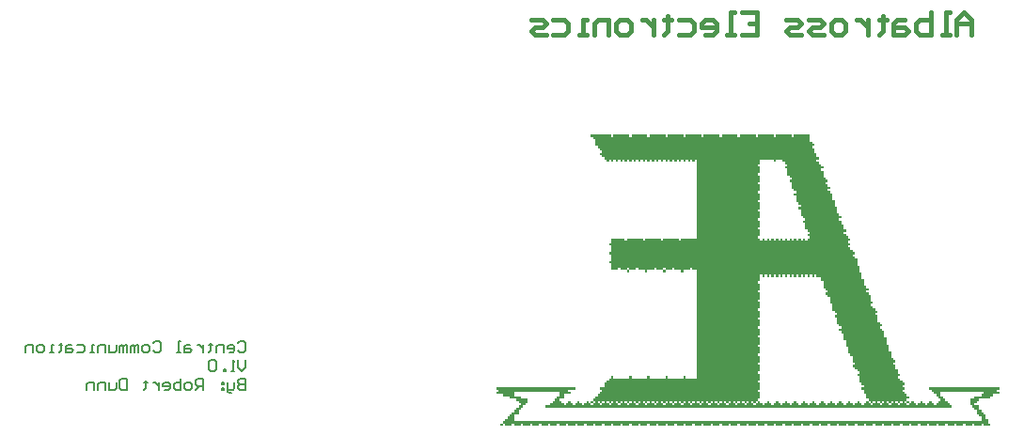
<source format=gbo>
G04 Layer_Color=32896*
%FSLAX44Y44*%
%MOMM*%
G71*
G01*
G75*
%ADD43C,0.2000*%
%ADD76C,0.4000*%
G36*
X948436Y442722D02*
X946404D01*
Y444754D01*
X948436D01*
Y442722D01*
D02*
G37*
G36*
X1224788Y702818D02*
Y700786D01*
Y698754D01*
X1226820D01*
Y696722D01*
X1228852D01*
Y694690D01*
X1226820D01*
Y692658D01*
X1228852D01*
Y690626D01*
Y688594D01*
X1230884D01*
Y686562D01*
Y684530D01*
X1232916D01*
Y682498D01*
X1230884D01*
Y680466D01*
X1232916D01*
Y678434D01*
X1234948D01*
Y676402D01*
X1236980D01*
Y674370D01*
X1234948D01*
Y672338D01*
X1236980D01*
Y670306D01*
Y668274D01*
Y666242D01*
X1239012D01*
Y664210D01*
X1241044D01*
Y662178D01*
X1239012D01*
Y660146D01*
X1241044D01*
Y658114D01*
X1243076D01*
Y656082D01*
X1241044D01*
Y654050D01*
X1243076D01*
Y652018D01*
X1245108D01*
Y649986D01*
Y647954D01*
Y645922D01*
X1247140D01*
Y643890D01*
Y641858D01*
Y639826D01*
X1249172D01*
Y637794D01*
Y635762D01*
Y633730D01*
X1251204D01*
Y631698D01*
X1253236D01*
Y629666D01*
X1251204D01*
Y627634D01*
X1253236D01*
Y625602D01*
Y623570D01*
X1255268D01*
Y621538D01*
Y619506D01*
X1257300D01*
Y617474D01*
X1255268D01*
Y615442D01*
X1257300D01*
Y613410D01*
X1259332D01*
Y611378D01*
X1261364D01*
Y609346D01*
X1259332D01*
Y607314D01*
X1261364D01*
Y605282D01*
X1259332D01*
Y603250D01*
X1261364D01*
Y601218D01*
X1263396D01*
Y599186D01*
X1265428D01*
Y597154D01*
X1263396D01*
Y595122D01*
X1265428D01*
Y593090D01*
X1267460D01*
Y591058D01*
Y589026D01*
Y586994D01*
X1269492D01*
Y584962D01*
Y582930D01*
Y580898D01*
X1271524D01*
Y578866D01*
Y576834D01*
Y574802D01*
X1273556D01*
Y572770D01*
Y570738D01*
Y568706D01*
X1275588D01*
Y566674D01*
X1277620D01*
Y564642D01*
X1275588D01*
Y562610D01*
X1277620D01*
Y560578D01*
X1279652D01*
Y558546D01*
Y556514D01*
Y554482D01*
X1281684D01*
Y552450D01*
X1279652D01*
Y550418D01*
X1281684D01*
Y548386D01*
X1283716D01*
Y546354D01*
X1285748D01*
Y544322D01*
X1283716D01*
Y542290D01*
X1285748D01*
Y540258D01*
Y538226D01*
Y536194D01*
X1287780D01*
Y534162D01*
X1289812D01*
Y532130D01*
X1287780D01*
Y530098D01*
X1289812D01*
Y528066D01*
X1291844D01*
Y526034D01*
Y524002D01*
Y521970D01*
X1293876D01*
Y519938D01*
Y517906D01*
Y515874D01*
X1295908D01*
Y513842D01*
Y511810D01*
Y509778D01*
X1297940D01*
Y507746D01*
Y505714D01*
Y503682D01*
X1299972D01*
Y501650D01*
X1302004D01*
Y499618D01*
X1299972D01*
Y497586D01*
X1302004D01*
Y495554D01*
Y493522D01*
X1304036D01*
Y491490D01*
Y489458D01*
X1306068D01*
Y487426D01*
X1304036D01*
Y485394D01*
X1306068D01*
Y483362D01*
X1308100D01*
Y481330D01*
X1310132D01*
Y479298D01*
X1308100D01*
Y477266D01*
X1310132D01*
Y475234D01*
X1308100D01*
Y473202D01*
X1310132D01*
Y471170D01*
X1312164D01*
Y469138D01*
X1314196D01*
Y467106D01*
X1312164D01*
Y465074D01*
X1314196D01*
Y463042D01*
X1316228D01*
Y465074D01*
X1318260D01*
Y463042D01*
X1320292D01*
Y461010D01*
X1322324D01*
Y463042D01*
X1324356D01*
Y465074D01*
X1326388D01*
Y463042D01*
X1328420D01*
Y461010D01*
X1330452D01*
Y463042D01*
X1332484D01*
Y465074D01*
X1334516D01*
Y463042D01*
X1336548D01*
Y461010D01*
X1338580D01*
Y463042D01*
X1340612D01*
Y465074D01*
X1342644D01*
Y467106D01*
X1340612D01*
Y469138D01*
X1338580D01*
Y471170D01*
X1336548D01*
Y473202D01*
X1334516D01*
Y475234D01*
X1332484D01*
Y477266D01*
X1395476D01*
Y475234D01*
X1393444D01*
Y473202D01*
X1395476D01*
Y471170D01*
X1389380D01*
Y469138D01*
X1387348D01*
Y467106D01*
X1377188D01*
Y465074D01*
X1375156D01*
Y463042D01*
X1373124D01*
Y461010D01*
X1377188D01*
Y458978D01*
Y456946D01*
X1379220D01*
Y454914D01*
X1381252D01*
Y452882D01*
X1383284D01*
Y450850D01*
Y448818D01*
X1385316D01*
Y446786D01*
Y444754D01*
X1387348D01*
Y442722D01*
X1381252D01*
Y444754D01*
X1379220D01*
Y442722D01*
X1373124D01*
Y444754D01*
X1371092D01*
Y442722D01*
X1364996D01*
Y444754D01*
X1362964D01*
Y442722D01*
X1356868D01*
Y444754D01*
X1354836D01*
Y442722D01*
X1348740D01*
Y444754D01*
X1346708D01*
Y442722D01*
X1340612D01*
Y444754D01*
X1338580D01*
Y442722D01*
X1332484D01*
Y444754D01*
X1330452D01*
Y442722D01*
X1324356D01*
Y444754D01*
X1322324D01*
Y442722D01*
X1316228D01*
Y444754D01*
X1314196D01*
Y442722D01*
X1308100D01*
Y444754D01*
X1306068D01*
Y442722D01*
X1299972D01*
Y444754D01*
X1297940D01*
Y442722D01*
X1291844D01*
Y444754D01*
X1289812D01*
Y442722D01*
X1283716D01*
Y444754D01*
X1281684D01*
Y442722D01*
X1275588D01*
Y444754D01*
X1273556D01*
Y442722D01*
X1267460D01*
Y444754D01*
X1265428D01*
Y442722D01*
X1259332D01*
Y444754D01*
X1257300D01*
Y442722D01*
X1251204D01*
Y444754D01*
X1249172D01*
Y442722D01*
X1243076D01*
Y444754D01*
X1241044D01*
Y442722D01*
X1234948D01*
Y444754D01*
X1232916D01*
Y442722D01*
X1226820D01*
Y444754D01*
X1224788D01*
Y442722D01*
X1218692D01*
Y444754D01*
X1216660D01*
Y442722D01*
X1210564D01*
Y444754D01*
X1208532D01*
Y442722D01*
X1202436D01*
Y444754D01*
X1200404D01*
Y442722D01*
X1194308D01*
Y444754D01*
X1192276D01*
Y442722D01*
X1186180D01*
Y444754D01*
X1184148D01*
Y442722D01*
X1178052D01*
Y444754D01*
X1176020D01*
Y442722D01*
X1169924D01*
Y444754D01*
X1167892D01*
Y442722D01*
X1161796D01*
Y444754D01*
X1159764D01*
Y442722D01*
X1153668D01*
Y444754D01*
X1151636D01*
Y442722D01*
X1145540D01*
Y444754D01*
X1143508D01*
Y442722D01*
X1137412D01*
Y444754D01*
X1135380D01*
Y442722D01*
X1129284D01*
Y444754D01*
X1127252D01*
Y442722D01*
X1121156D01*
Y444754D01*
X1119124D01*
Y442722D01*
X1113028D01*
Y444754D01*
X1110996D01*
Y442722D01*
X1104900D01*
Y444754D01*
X1102868D01*
Y442722D01*
X1096772D01*
Y444754D01*
X1094740D01*
Y442722D01*
X1088644D01*
Y444754D01*
X1086612D01*
Y442722D01*
X1080516D01*
Y444754D01*
X1078484D01*
Y442722D01*
X1072388D01*
Y444754D01*
X1070356D01*
Y442722D01*
X1064260D01*
Y444754D01*
X1062228D01*
Y442722D01*
X1056132D01*
Y444754D01*
X1054100D01*
Y442722D01*
X1048004D01*
Y444754D01*
X1045972D01*
Y442722D01*
X1039876D01*
Y444754D01*
X1037844D01*
Y442722D01*
X1031748D01*
Y444754D01*
X1029716D01*
Y442722D01*
X1023620D01*
Y444754D01*
X1021588D01*
Y442722D01*
X1015492D01*
Y444754D01*
X1013460D01*
Y442722D01*
X1007364D01*
Y444754D01*
X1005332D01*
Y442722D01*
X999236D01*
Y444754D01*
X997204D01*
Y442722D01*
X991108D01*
Y444754D01*
X989076D01*
Y442722D01*
X982980D01*
Y444754D01*
X980948D01*
Y442722D01*
X974852D01*
Y444754D01*
X972820D01*
Y442722D01*
X966724D01*
Y444754D01*
X964692D01*
Y442722D01*
X958596D01*
Y444754D01*
X956564D01*
Y442722D01*
X950468D01*
Y444754D01*
X948436D01*
Y446786D01*
X950468D01*
Y448818D01*
X952500D01*
Y450850D01*
X954532D01*
Y452882D01*
X956564D01*
Y454914D01*
X958596D01*
Y456946D01*
X960628D01*
Y458978D01*
X962660D01*
Y461010D01*
X964692D01*
Y463042D01*
X962660D01*
Y465074D01*
X960628D01*
Y467106D01*
X954532D01*
Y469138D01*
X948436D01*
Y471170D01*
X942340D01*
Y473202D01*
X944372D01*
Y475234D01*
X942340D01*
Y477266D01*
X1013460D01*
Y475234D01*
X1007364D01*
Y473202D01*
X1009396D01*
Y471170D01*
X1003300D01*
Y469138D01*
Y467106D01*
X999236D01*
Y465074D01*
X1001268D01*
Y463042D01*
X1003300D01*
Y461010D01*
X1005332D01*
Y463042D01*
X1007364D01*
Y465074D01*
X1009396D01*
Y463042D01*
X1011428D01*
Y461010D01*
X1013460D01*
Y463042D01*
X1015492D01*
Y465074D01*
X1017524D01*
Y463042D01*
X1019556D01*
Y461010D01*
X1021588D01*
Y463042D01*
X1023620D01*
Y465074D01*
X1025652D01*
Y463042D01*
X1027684D01*
Y461010D01*
X1029716D01*
Y463042D01*
X1027684D01*
Y465074D01*
X1029716D01*
Y463042D01*
X1031748D01*
Y465074D01*
X1029716D01*
Y467106D01*
X1031748D01*
Y469138D01*
X1033780D01*
Y471170D01*
X1035812D01*
Y473202D01*
X1037844D01*
Y475234D01*
X1035812D01*
Y477266D01*
X1039876D01*
Y479298D01*
Y481330D01*
X1041908D01*
Y483362D01*
X1043940D01*
Y485394D01*
X1045972D01*
Y487426D01*
X1048004D01*
Y485394D01*
X1062228D01*
Y487426D01*
X1064260D01*
Y485394D01*
X1078484D01*
Y487426D01*
X1080516D01*
Y485394D01*
X1094740D01*
Y487426D01*
X1096772D01*
Y485394D01*
X1110996D01*
Y487426D01*
X1113028D01*
Y485394D01*
X1123188D01*
Y487426D01*
Y489458D01*
Y491490D01*
Y493522D01*
Y495554D01*
Y497586D01*
Y499618D01*
Y501650D01*
Y503682D01*
Y505714D01*
Y507746D01*
Y509778D01*
Y511810D01*
Y513842D01*
Y515874D01*
Y517906D01*
Y519938D01*
Y521970D01*
Y524002D01*
Y526034D01*
Y528066D01*
Y530098D01*
Y532130D01*
Y534162D01*
Y536194D01*
Y538226D01*
Y540258D01*
Y542290D01*
Y544322D01*
Y546354D01*
Y548386D01*
Y550418D01*
Y552450D01*
Y554482D01*
Y556514D01*
Y558546D01*
Y560578D01*
Y562610D01*
Y564642D01*
Y566674D01*
Y568706D01*
Y570738D01*
Y572770D01*
Y574802D01*
Y576834D01*
Y578866D01*
Y580898D01*
Y582930D01*
X1119124D01*
Y584962D01*
X1117092D01*
Y582930D01*
X1110996D01*
Y580898D01*
X1108964D01*
Y582930D01*
X1102868D01*
Y584962D01*
X1100836D01*
Y582930D01*
X1094740D01*
Y584962D01*
X1092708D01*
Y582930D01*
X1094740D01*
Y580898D01*
X1092708D01*
Y582930D01*
X1086612D01*
Y584962D01*
X1084580D01*
Y582930D01*
X1078484D01*
Y580898D01*
X1076452D01*
Y582930D01*
X1070356D01*
Y584962D01*
X1068324D01*
Y582930D01*
X1062228D01*
Y584962D01*
X1060196D01*
Y582930D01*
X1062228D01*
Y580898D01*
X1060196D01*
Y582930D01*
X1054100D01*
Y584962D01*
X1052068D01*
Y582930D01*
X1045972D01*
Y584962D01*
Y586994D01*
Y589026D01*
X1043940D01*
Y591058D01*
X1045972D01*
Y593090D01*
Y595122D01*
Y597154D01*
X1043940D01*
Y599186D01*
X1045972D01*
Y601218D01*
Y603250D01*
Y605282D01*
X1043940D01*
Y607314D01*
X1045972D01*
Y609346D01*
Y611378D01*
X1058164D01*
Y609346D01*
X1060196D01*
Y611378D01*
X1074420D01*
Y609346D01*
X1076452D01*
Y611378D01*
X1090676D01*
Y609346D01*
X1092708D01*
Y611378D01*
X1106932D01*
Y609346D01*
X1108964D01*
Y611378D01*
X1123188D01*
Y613410D01*
Y615442D01*
Y617474D01*
Y619506D01*
Y621538D01*
Y623570D01*
Y625602D01*
Y627634D01*
Y629666D01*
Y631698D01*
Y633730D01*
Y635762D01*
Y637794D01*
Y639826D01*
Y641858D01*
Y643890D01*
Y645922D01*
Y647954D01*
Y649986D01*
Y652018D01*
Y654050D01*
Y656082D01*
Y658114D01*
Y660146D01*
Y662178D01*
Y664210D01*
Y666242D01*
Y668274D01*
Y670306D01*
Y672338D01*
Y674370D01*
Y676402D01*
Y678434D01*
Y680466D01*
Y682498D01*
X1121156D01*
Y680466D01*
X1119124D01*
Y682498D01*
X1117092D01*
Y680466D01*
X1115060D01*
Y682498D01*
X1113028D01*
Y680466D01*
X1110996D01*
Y682498D01*
X1108964D01*
Y680466D01*
X1106932D01*
Y682498D01*
X1104900D01*
Y680466D01*
X1102868D01*
Y682498D01*
X1100836D01*
Y680466D01*
X1098804D01*
Y682498D01*
X1096772D01*
Y680466D01*
X1094740D01*
Y682498D01*
X1092708D01*
Y680466D01*
X1090676D01*
Y682498D01*
X1088644D01*
Y680466D01*
X1086612D01*
Y682498D01*
X1084580D01*
Y680466D01*
X1082548D01*
Y682498D01*
X1080516D01*
Y680466D01*
X1078484D01*
Y682498D01*
X1076452D01*
Y680466D01*
X1074420D01*
Y682498D01*
X1072388D01*
Y680466D01*
X1070356D01*
Y682498D01*
X1068324D01*
Y680466D01*
X1066292D01*
Y682498D01*
X1064260D01*
Y680466D01*
X1062228D01*
Y682498D01*
X1060196D01*
Y680466D01*
X1058164D01*
Y682498D01*
X1056132D01*
Y680466D01*
X1054100D01*
Y682498D01*
X1052068D01*
Y680466D01*
X1050036D01*
Y682498D01*
X1048004D01*
Y680466D01*
X1045972D01*
Y682498D01*
X1043940D01*
Y680466D01*
X1041908D01*
Y682498D01*
X1039876D01*
Y684530D01*
X1037844D01*
Y686562D01*
X1035812D01*
Y688594D01*
X1037844D01*
Y690626D01*
X1035812D01*
Y692658D01*
X1033780D01*
Y694690D01*
X1031748D01*
Y696722D01*
Y698754D01*
Y700786D01*
X1029716D01*
Y702818D01*
X1027684D01*
Y704850D01*
X1045972D01*
Y702818D01*
X1048004D01*
Y704850D01*
X1062228D01*
Y702818D01*
X1064260D01*
Y704850D01*
X1078484D01*
Y702818D01*
X1080516D01*
Y704850D01*
X1094740D01*
Y702818D01*
X1096772D01*
Y704850D01*
X1110996D01*
Y702818D01*
X1113028D01*
Y704850D01*
X1127252D01*
Y702818D01*
X1129284D01*
Y704850D01*
X1143508D01*
Y702818D01*
X1145540D01*
Y704850D01*
X1159764D01*
Y702818D01*
X1161796D01*
Y704850D01*
X1176020D01*
Y702818D01*
X1178052D01*
Y704850D01*
X1192276D01*
Y702818D01*
X1194308D01*
Y704850D01*
X1208532D01*
Y702818D01*
X1210564D01*
Y704850D01*
X1224788D01*
Y702818D01*
D02*
G37*
%LPC*%
G36*
X1149604Y465074D02*
X1147572D01*
Y463042D01*
X1149604D01*
Y461010D01*
X1151636D01*
Y463042D01*
X1149604D01*
Y465074D01*
D02*
G37*
G36*
X1157732D02*
X1155700D01*
Y463042D01*
X1157732D01*
Y461010D01*
X1159764D01*
Y463042D01*
X1157732D01*
Y465074D01*
D02*
G37*
G36*
X1141476D02*
X1139444D01*
Y463042D01*
X1141476D01*
Y461010D01*
X1143508D01*
Y463042D01*
X1141476D01*
Y465074D01*
D02*
G37*
G36*
X1125220D02*
X1123188D01*
Y463042D01*
X1125220D01*
Y461010D01*
X1127252D01*
Y463042D01*
X1125220D01*
Y465074D01*
D02*
G37*
G36*
X1133348D02*
X1131316D01*
Y463042D01*
X1133348D01*
Y461010D01*
X1135380D01*
Y463042D01*
X1133348D01*
Y465074D01*
D02*
G37*
G36*
X1165860D02*
X1163828D01*
Y463042D01*
X1165860D01*
Y461010D01*
X1167892D01*
Y463042D01*
X1165860D01*
Y465074D01*
D02*
G37*
G36*
X1304036D02*
X1302004D01*
Y463042D01*
X1304036D01*
Y461010D01*
X1306068D01*
Y463042D01*
X1304036D01*
Y465074D01*
D02*
G37*
G36*
X1312164D02*
X1310132D01*
Y463042D01*
X1312164D01*
Y461010D01*
X1314196D01*
Y463042D01*
X1312164D01*
Y465074D01*
D02*
G37*
G36*
X1295908D02*
X1293876D01*
Y463042D01*
X1295908D01*
Y461010D01*
X1297940D01*
Y463042D01*
X1295908D01*
Y465074D01*
D02*
G37*
G36*
X1173988D02*
X1171956D01*
Y463042D01*
X1173988D01*
Y461010D01*
X1176020D01*
Y463042D01*
X1173988D01*
Y465074D01*
D02*
G37*
G36*
X1287780D02*
X1285748D01*
Y463042D01*
X1287780D01*
Y461010D01*
X1289812D01*
Y463042D01*
X1287780D01*
Y465074D01*
D02*
G37*
G36*
X1117092D02*
X1115060D01*
Y463042D01*
X1117092D01*
Y461010D01*
X1119124D01*
Y463042D01*
X1117092D01*
Y465074D01*
D02*
G37*
G36*
X1052068D02*
X1050036D01*
Y463042D01*
X1052068D01*
Y461010D01*
X1054100D01*
Y463042D01*
X1052068D01*
Y465074D01*
D02*
G37*
G36*
X1060196D02*
X1058164D01*
Y463042D01*
X1060196D01*
Y461010D01*
X1062228D01*
Y463042D01*
X1060196D01*
Y465074D01*
D02*
G37*
G36*
X1043940D02*
X1041908D01*
Y463042D01*
X1043940D01*
Y461010D01*
X1045972D01*
Y463042D01*
X1043940D01*
Y465074D01*
D02*
G37*
G36*
X1381252Y473202D02*
X1342644D01*
Y471170D01*
Y469138D01*
X1344676D01*
Y467106D01*
X1346708D01*
Y465074D01*
X1348740D01*
Y463042D01*
X1350772D01*
Y461010D01*
X1352804D01*
Y458978D01*
X987044D01*
Y461010D01*
X991108D01*
Y463042D01*
X993140D01*
Y465074D01*
X995172D01*
Y467106D01*
X997204D01*
Y469138D01*
X999236D01*
Y471170D01*
Y473202D01*
X958596D01*
Y471170D01*
Y469138D01*
X964692D01*
Y467106D01*
X970788D01*
Y465074D01*
Y463042D01*
X968756D01*
Y461010D01*
X966724D01*
Y458978D01*
X964692D01*
Y456946D01*
X962660D01*
Y454914D01*
Y452882D01*
X958596D01*
Y450850D01*
Y448818D01*
Y446786D01*
X1379220D01*
Y448818D01*
Y450850D01*
X1377188D01*
Y452882D01*
X1375156D01*
Y454914D01*
Y456946D01*
X1373124D01*
Y458978D01*
X1371092D01*
Y461010D01*
X1369060D01*
Y463042D01*
Y465074D01*
Y467106D01*
X1373124D01*
Y469138D01*
X1379220D01*
Y471170D01*
X1381252D01*
Y473202D01*
D02*
G37*
G36*
X1035812Y465074D02*
X1033780D01*
Y463042D01*
X1035812D01*
Y461010D01*
X1037844D01*
Y463042D01*
X1035812D01*
Y465074D01*
D02*
G37*
G36*
X1068324D02*
X1066292D01*
Y463042D01*
X1068324D01*
Y461010D01*
X1070356D01*
Y463042D01*
X1068324D01*
Y465074D01*
D02*
G37*
G36*
X1100836D02*
X1098804D01*
Y463042D01*
X1100836D01*
Y461010D01*
X1102868D01*
Y463042D01*
X1100836D01*
Y465074D01*
D02*
G37*
G36*
X1108964D02*
X1106932D01*
Y463042D01*
X1108964D01*
Y461010D01*
X1110996D01*
Y463042D01*
X1108964D01*
Y465074D01*
D02*
G37*
G36*
X1092708D02*
X1090676D01*
Y463042D01*
X1092708D01*
Y461010D01*
X1094740D01*
Y463042D01*
X1092708D01*
Y465074D01*
D02*
G37*
G36*
X1076452D02*
X1074420D01*
Y463042D01*
X1076452D01*
Y461010D01*
X1078484D01*
Y463042D01*
X1076452D01*
Y465074D01*
D02*
G37*
G36*
X1084580D02*
X1082548D01*
Y463042D01*
X1084580D01*
Y461010D01*
X1086612D01*
Y463042D01*
X1084580D01*
Y465074D01*
D02*
G37*
G36*
X1161796D02*
X1159764D01*
Y463042D01*
X1161796D01*
Y465074D01*
D02*
G37*
G36*
X1169924D02*
X1167892D01*
Y463042D01*
X1169924D01*
Y465074D01*
D02*
G37*
G36*
X1178052D02*
X1176020D01*
Y463042D01*
X1178052D01*
Y465074D01*
D02*
G37*
G36*
X1137412D02*
X1135380D01*
Y463042D01*
X1137412D01*
Y465074D01*
D02*
G37*
G36*
X1145540D02*
X1143508D01*
Y463042D01*
X1145540D01*
Y465074D01*
D02*
G37*
G36*
X1153668D02*
X1151636D01*
Y463042D01*
X1153668D01*
Y465074D01*
D02*
G37*
G36*
X1308100D02*
X1306068D01*
Y463042D01*
X1308100D01*
Y465074D01*
D02*
G37*
G36*
X1230884Y578866D02*
X1228852D01*
Y576834D01*
X1226820D01*
Y578866D01*
X1224788D01*
Y576834D01*
X1222756D01*
Y578866D01*
X1220724D01*
Y576834D01*
X1218692D01*
Y578866D01*
X1216660D01*
Y576834D01*
X1214628D01*
Y578866D01*
X1212596D01*
Y576834D01*
X1210564D01*
Y578866D01*
X1208532D01*
Y576834D01*
X1206500D01*
Y578866D01*
X1204468D01*
Y576834D01*
X1202436D01*
Y578866D01*
X1200404D01*
Y576834D01*
X1198372D01*
Y578866D01*
X1196340D01*
Y576834D01*
X1194308D01*
Y578866D01*
X1192276D01*
Y576834D01*
X1190244D01*
Y578866D01*
X1188212D01*
Y576834D01*
X1186180D01*
Y578866D01*
X1184148D01*
Y576834D01*
X1182116D01*
Y578866D01*
X1180084D01*
Y576834D01*
Y574802D01*
Y572770D01*
X1178052D01*
Y570738D01*
X1180084D01*
Y568706D01*
Y566674D01*
Y564642D01*
X1178052D01*
Y562610D01*
X1180084D01*
Y560578D01*
Y558546D01*
Y556514D01*
X1178052D01*
Y554482D01*
X1180084D01*
Y552450D01*
Y550418D01*
Y548386D01*
X1178052D01*
Y546354D01*
X1180084D01*
Y544322D01*
Y542290D01*
Y540258D01*
X1178052D01*
Y538226D01*
X1180084D01*
Y536194D01*
Y534162D01*
Y532130D01*
X1178052D01*
Y530098D01*
X1180084D01*
Y528066D01*
Y526034D01*
Y524002D01*
X1178052D01*
Y521970D01*
X1180084D01*
Y519938D01*
Y517906D01*
Y515874D01*
X1178052D01*
Y513842D01*
X1180084D01*
Y511810D01*
Y509778D01*
Y507746D01*
X1178052D01*
Y505714D01*
X1180084D01*
Y503682D01*
Y501650D01*
Y499618D01*
X1178052D01*
Y497586D01*
X1180084D01*
Y495554D01*
Y493522D01*
Y491490D01*
X1178052D01*
Y489458D01*
X1180084D01*
Y487426D01*
Y485394D01*
Y483362D01*
X1178052D01*
Y481330D01*
X1180084D01*
Y479298D01*
Y477266D01*
Y475234D01*
X1178052D01*
Y473202D01*
X1180084D01*
Y471170D01*
Y469138D01*
Y467106D01*
X1178052D01*
Y465074D01*
X1180084D01*
Y463042D01*
X1182116D01*
Y461010D01*
X1184148D01*
Y463042D01*
X1186180D01*
Y465074D01*
X1188212D01*
Y463042D01*
X1190244D01*
Y461010D01*
X1192276D01*
Y463042D01*
X1194308D01*
Y465074D01*
X1196340D01*
Y463042D01*
X1198372D01*
Y461010D01*
X1200404D01*
Y463042D01*
X1202436D01*
Y465074D01*
X1204468D01*
Y463042D01*
X1206500D01*
Y461010D01*
X1208532D01*
Y463042D01*
X1210564D01*
Y465074D01*
X1212596D01*
Y463042D01*
X1214628D01*
Y461010D01*
X1216660D01*
Y463042D01*
X1218692D01*
Y465074D01*
X1220724D01*
Y463042D01*
X1222756D01*
Y461010D01*
X1224788D01*
Y463042D01*
X1226820D01*
Y465074D01*
X1228852D01*
Y463042D01*
X1230884D01*
Y461010D01*
X1232916D01*
Y463042D01*
X1234948D01*
Y465074D01*
X1236980D01*
Y463042D01*
X1239012D01*
Y461010D01*
X1241044D01*
Y463042D01*
X1243076D01*
Y465074D01*
X1245108D01*
Y463042D01*
X1247140D01*
Y461010D01*
X1249172D01*
Y463042D01*
X1251204D01*
Y465074D01*
X1253236D01*
Y463042D01*
X1255268D01*
Y461010D01*
X1257300D01*
Y463042D01*
X1259332D01*
Y465074D01*
X1261364D01*
Y463042D01*
X1263396D01*
Y461010D01*
X1265428D01*
Y463042D01*
X1267460D01*
Y465074D01*
X1269492D01*
Y463042D01*
X1271524D01*
Y461010D01*
X1273556D01*
Y463042D01*
X1275588D01*
Y465074D01*
X1277620D01*
Y463042D01*
X1279652D01*
Y461010D01*
X1281684D01*
Y463042D01*
X1279652D01*
Y465074D01*
X1277620D01*
Y467106D01*
X1275588D01*
Y469138D01*
Y471170D01*
X1273556D01*
Y473202D01*
Y475234D01*
X1271524D01*
Y477266D01*
X1273556D01*
Y479298D01*
X1271524D01*
Y481330D01*
X1269492D01*
Y483362D01*
Y485394D01*
Y487426D01*
X1267460D01*
Y489458D01*
X1269492D01*
Y491490D01*
X1267460D01*
Y493522D01*
X1265428D01*
Y495554D01*
X1263396D01*
Y497586D01*
X1265428D01*
Y499618D01*
X1263396D01*
Y501650D01*
Y503682D01*
Y505714D01*
X1261364D01*
Y507746D01*
X1259332D01*
Y509778D01*
Y511810D01*
Y513842D01*
X1257300D01*
Y515874D01*
Y517906D01*
Y519938D01*
X1255268D01*
Y521970D01*
Y524002D01*
Y526034D01*
X1253236D01*
Y528066D01*
X1251204D01*
Y530098D01*
X1253236D01*
Y532130D01*
X1251204D01*
Y534162D01*
X1249172D01*
Y536194D01*
Y538226D01*
Y540258D01*
X1247140D01*
Y542290D01*
X1249172D01*
Y544322D01*
X1247140D01*
Y546354D01*
X1245108D01*
Y548386D01*
Y550418D01*
Y552450D01*
X1243076D01*
Y554482D01*
Y556514D01*
Y558546D01*
X1241044D01*
Y560578D01*
X1239012D01*
Y562610D01*
X1241044D01*
Y564642D01*
X1239012D01*
Y566674D01*
X1236980D01*
Y568706D01*
Y570738D01*
Y572770D01*
X1234948D01*
Y574802D01*
Y576834D01*
X1230884D01*
Y578866D01*
D02*
G37*
G36*
X1200404Y682498D02*
X1194308D01*
Y680466D01*
X1192276D01*
Y682498D01*
X1180084D01*
Y680466D01*
Y678434D01*
X1178052D01*
Y676402D01*
X1180084D01*
Y674370D01*
Y672338D01*
Y670306D01*
X1178052D01*
Y668274D01*
X1180084D01*
Y666242D01*
Y664210D01*
Y662178D01*
X1178052D01*
Y660146D01*
X1180084D01*
Y658114D01*
Y656082D01*
Y654050D01*
X1178052D01*
Y652018D01*
X1180084D01*
Y649986D01*
Y647954D01*
Y645922D01*
X1178052D01*
Y643890D01*
X1180084D01*
Y641858D01*
Y639826D01*
Y637794D01*
X1178052D01*
Y635762D01*
X1180084D01*
Y633730D01*
Y631698D01*
Y629666D01*
X1178052D01*
Y627634D01*
X1180084D01*
Y625602D01*
Y623570D01*
Y621538D01*
X1178052D01*
Y619506D01*
X1180084D01*
Y617474D01*
Y615442D01*
Y613410D01*
X1178052D01*
Y611378D01*
X1180084D01*
Y609346D01*
X1182116D01*
Y611378D01*
X1184148D01*
Y609346D01*
X1186180D01*
Y611378D01*
X1188212D01*
Y609346D01*
X1190244D01*
Y611378D01*
X1192276D01*
Y609346D01*
X1194308D01*
Y611378D01*
X1196340D01*
Y609346D01*
X1198372D01*
Y611378D01*
X1200404D01*
Y609346D01*
X1202436D01*
Y611378D01*
X1204468D01*
Y609346D01*
X1206500D01*
Y611378D01*
X1208532D01*
Y609346D01*
X1210564D01*
Y611378D01*
X1212596D01*
Y609346D01*
X1214628D01*
Y611378D01*
X1216660D01*
Y609346D01*
X1218692D01*
Y611378D01*
X1220724D01*
Y609346D01*
X1222756D01*
Y611378D01*
X1224788D01*
Y613410D01*
X1222756D01*
Y615442D01*
X1224788D01*
Y617474D01*
X1222756D01*
Y619506D01*
X1220724D01*
Y621538D01*
Y623570D01*
Y625602D01*
X1218692D01*
Y627634D01*
X1220724D01*
Y629666D01*
X1218692D01*
Y631698D01*
X1216660D01*
Y633730D01*
Y635762D01*
Y637794D01*
X1214628D01*
Y639826D01*
X1216660D01*
Y641858D01*
X1214628D01*
Y643890D01*
X1212596D01*
Y645922D01*
Y647954D01*
Y649986D01*
X1210564D01*
Y652018D01*
X1212596D01*
Y654050D01*
X1210564D01*
Y656082D01*
X1208532D01*
Y658114D01*
Y660146D01*
Y662178D01*
X1206500D01*
Y664210D01*
X1208532D01*
Y666242D01*
X1206500D01*
Y668274D01*
X1204468D01*
Y670306D01*
Y672338D01*
Y674370D01*
X1202436D01*
Y676402D01*
X1204468D01*
Y678434D01*
X1202436D01*
Y680466D01*
X1200404D01*
Y682498D01*
D02*
G37*
G36*
X1283716Y465074D02*
X1281684D01*
Y463042D01*
X1283716D01*
Y465074D01*
D02*
G37*
G36*
X1291844D02*
X1289812D01*
Y463042D01*
X1291844D01*
Y465074D01*
D02*
G37*
G36*
X1299972D02*
X1297940D01*
Y463042D01*
X1299972D01*
Y465074D01*
D02*
G37*
G36*
X1064260D02*
X1062228D01*
Y463042D01*
X1064260D01*
Y465074D01*
D02*
G37*
G36*
X1072388D02*
X1070356D01*
Y463042D01*
X1072388D01*
Y465074D01*
D02*
G37*
G36*
X1080516D02*
X1078484D01*
Y463042D01*
X1080516D01*
Y465074D01*
D02*
G37*
G36*
X1039876D02*
X1037844D01*
Y463042D01*
X1039876D01*
Y465074D01*
D02*
G37*
G36*
X1048004D02*
X1045972D01*
Y463042D01*
X1048004D01*
Y465074D01*
D02*
G37*
G36*
X1056132D02*
X1054100D01*
Y463042D01*
X1056132D01*
Y465074D01*
D02*
G37*
G36*
X1113028D02*
X1110996D01*
Y463042D01*
X1113028D01*
Y465074D01*
D02*
G37*
G36*
X1121156D02*
X1119124D01*
Y463042D01*
X1121156D01*
Y465074D01*
D02*
G37*
G36*
X1129284D02*
X1127252D01*
Y463042D01*
X1129284D01*
Y465074D01*
D02*
G37*
G36*
X1088644D02*
X1086612D01*
Y463042D01*
X1088644D01*
Y465074D01*
D02*
G37*
G36*
X1096772D02*
X1094740D01*
Y463042D01*
X1096772D01*
Y465074D01*
D02*
G37*
G36*
X1104900D02*
X1102868D01*
Y463042D01*
X1104900D01*
Y465074D01*
D02*
G37*
%LPD*%
D43*
X710155Y517155D02*
X711822Y518821D01*
X715154D01*
X716820Y517155D01*
Y510491D01*
X715154Y508825D01*
X711822D01*
X710155Y510491D01*
X701825Y508825D02*
X705157D01*
X706823Y510491D01*
Y513823D01*
X705157Y515489D01*
X701825D01*
X700159Y513823D01*
Y512157D01*
X706823D01*
X696826Y508825D02*
Y515489D01*
X691828D01*
X690162Y513823D01*
Y508825D01*
X685163Y517155D02*
Y515489D01*
X686830D01*
X683497D01*
X685163D01*
Y510491D01*
X683497Y508825D01*
X678499Y515489D02*
Y508825D01*
Y512157D01*
X676833Y513823D01*
X675167Y515489D01*
X673501D01*
X666836D02*
X663504D01*
X661838Y513823D01*
Y508825D01*
X666836D01*
X668502Y510491D01*
X666836Y512157D01*
X661838D01*
X658505Y508825D02*
X655173D01*
X656839D01*
Y518821D01*
X658505D01*
X633513Y517155D02*
X635180Y518821D01*
X638512D01*
X640178Y517155D01*
Y510491D01*
X638512Y508825D01*
X635180D01*
X633513Y510491D01*
X628515Y508825D02*
X625183D01*
X623517Y510491D01*
Y513823D01*
X625183Y515489D01*
X628515D01*
X630181Y513823D01*
Y510491D01*
X628515Y508825D01*
X620185D02*
Y515489D01*
X618518D01*
X616852Y513823D01*
Y508825D01*
Y513823D01*
X615186Y515489D01*
X613520Y513823D01*
Y508825D01*
X610188D02*
Y515489D01*
X608522D01*
X606856Y513823D01*
Y508825D01*
Y513823D01*
X605189Y515489D01*
X603523Y513823D01*
Y508825D01*
X600191Y515489D02*
Y510491D01*
X598525Y508825D01*
X593526D01*
Y515489D01*
X590194Y508825D02*
Y515489D01*
X585196D01*
X583530Y513823D01*
Y508825D01*
X580197D02*
X576865D01*
X578531D01*
Y515489D01*
X580197D01*
X565202D02*
X570201D01*
X571867Y513823D01*
Y510491D01*
X570201Y508825D01*
X565202D01*
X560204Y515489D02*
X556872D01*
X555205Y513823D01*
Y508825D01*
X560204D01*
X561870Y510491D01*
X560204Y512157D01*
X555205D01*
X550207Y517155D02*
Y515489D01*
X551873D01*
X548541D01*
X550207D01*
Y510491D01*
X548541Y508825D01*
X543543D02*
X540210D01*
X541876D01*
Y515489D01*
X543543D01*
X533546Y508825D02*
X530214D01*
X528547Y510491D01*
Y513823D01*
X530214Y515489D01*
X533546D01*
X535212Y513823D01*
Y510491D01*
X533546Y508825D01*
X525215D02*
Y515489D01*
X520217D01*
X518551Y513823D01*
Y508825D01*
X716820Y502025D02*
Y495361D01*
X713488Y492028D01*
X710155Y495361D01*
Y502025D01*
X706823Y492028D02*
X703491D01*
X705157D01*
Y502025D01*
X706823Y500359D01*
X698493Y492028D02*
Y493694D01*
X696826D01*
Y492028D01*
X698493D01*
X690162Y500359D02*
X688496Y502025D01*
X685164D01*
X683497Y500359D01*
Y493694D01*
X685164Y492028D01*
X688496D01*
X690162Y493694D01*
Y500359D01*
X716820Y485229D02*
Y475232D01*
X711822D01*
X710155Y476898D01*
Y478564D01*
X711822Y480231D01*
X716820D01*
X711822D01*
X710155Y481897D01*
Y483563D01*
X711822Y485229D01*
X716820D01*
X706823Y481897D02*
Y476898D01*
X705157Y475232D01*
X700159D01*
Y473566D01*
X701825Y471900D01*
X703491D01*
X700159Y475232D02*
Y481897D01*
X696826D02*
X695160D01*
Y480231D01*
X696826D01*
Y481897D01*
Y476898D02*
X695160D01*
Y475232D01*
X696826D01*
Y476898D01*
X678499Y475232D02*
Y485229D01*
X673501D01*
X671834Y483563D01*
Y480231D01*
X673501Y478564D01*
X678499D01*
X675167D02*
X671834Y475232D01*
X666836D02*
X663504D01*
X661838Y476898D01*
Y480231D01*
X663504Y481897D01*
X666836D01*
X668502Y480231D01*
Y476898D01*
X666836Y475232D01*
X658505Y485229D02*
Y475232D01*
X653507D01*
X651841Y476898D01*
Y478564D01*
Y480231D01*
X653507Y481897D01*
X658505D01*
X643510Y475232D02*
X646842D01*
X648509Y476898D01*
Y480231D01*
X646842Y481897D01*
X643510D01*
X641844Y480231D01*
Y478564D01*
X648509D01*
X638512Y481897D02*
Y475232D01*
Y478564D01*
X636846Y480231D01*
X635180Y481897D01*
X633513D01*
X626849Y483563D02*
Y481897D01*
X628515D01*
X625183D01*
X626849D01*
Y476898D01*
X625183Y475232D01*
X610188Y485229D02*
Y475232D01*
X605189D01*
X603523Y476898D01*
Y483563D01*
X605189Y485229D01*
X610188D01*
X600191Y481897D02*
Y476898D01*
X598525Y475232D01*
X593526D01*
Y481897D01*
X590194Y475232D02*
Y481897D01*
X585196D01*
X583530Y480231D01*
Y475232D01*
X580197D02*
Y481897D01*
X575199D01*
X573533Y480231D01*
Y475232D01*
D76*
X1370330Y795020D02*
Y808349D01*
X1363665Y815014D01*
X1357001Y808349D01*
Y795020D01*
Y805017D01*
X1370330D01*
X1350336Y795020D02*
X1343672D01*
X1347004D01*
Y815014D01*
X1350336D01*
X1333675D02*
Y795020D01*
X1323678D01*
X1320346Y798352D01*
Y801684D01*
Y805017D01*
X1323678Y808349D01*
X1333675D01*
X1310349D02*
X1303685D01*
X1300353Y805017D01*
Y795020D01*
X1310349D01*
X1313682Y798352D01*
X1310349Y801684D01*
X1300353D01*
X1290356Y811681D02*
Y808349D01*
X1293688D01*
X1287023D01*
X1290356D01*
Y798352D01*
X1287023Y795020D01*
X1277027Y808349D02*
Y795020D01*
Y801684D01*
X1273695Y805017D01*
X1270362Y808349D01*
X1267030D01*
X1253701Y795020D02*
X1247036D01*
X1243704Y798352D01*
Y805017D01*
X1247036Y808349D01*
X1253701D01*
X1257033Y805017D01*
Y798352D01*
X1253701Y795020D01*
X1237040D02*
X1227043D01*
X1223711Y798352D01*
X1227043Y801684D01*
X1233707D01*
X1237040Y805017D01*
X1233707Y808349D01*
X1223711D01*
X1217046Y795020D02*
X1207049D01*
X1203717Y798352D01*
X1207049Y801684D01*
X1213714D01*
X1217046Y805017D01*
X1213714Y808349D01*
X1203717D01*
X1163730Y815014D02*
X1177059D01*
Y795020D01*
X1163730D01*
X1177059Y805017D02*
X1170395D01*
X1157065Y795020D02*
X1150401D01*
X1153733D01*
Y815014D01*
X1157065D01*
X1130407Y795020D02*
X1137072D01*
X1140404Y798352D01*
Y805017D01*
X1137072Y808349D01*
X1130407D01*
X1127075Y805017D01*
Y801684D01*
X1140404D01*
X1107082Y808349D02*
X1117078D01*
X1120411Y805017D01*
Y798352D01*
X1117078Y795020D01*
X1107082D01*
X1097085Y811681D02*
Y808349D01*
X1100417D01*
X1093753D01*
X1097085D01*
Y798352D01*
X1093753Y795020D01*
X1083756Y808349D02*
Y795020D01*
Y801684D01*
X1080424Y805017D01*
X1077091Y808349D01*
X1073759D01*
X1060430Y795020D02*
X1053765D01*
X1050433Y798352D01*
Y805017D01*
X1053765Y808349D01*
X1060430D01*
X1063762Y805017D01*
Y798352D01*
X1060430Y795020D01*
X1043769D02*
Y808349D01*
X1033772D01*
X1030440Y805017D01*
Y795020D01*
X1023775D02*
X1017111D01*
X1020443D01*
Y808349D01*
X1023775D01*
X993785D02*
X1003782D01*
X1007114Y805017D01*
Y798352D01*
X1003782Y795020D01*
X993785D01*
X987120D02*
X977123D01*
X973791Y798352D01*
X977123Y801684D01*
X983788D01*
X987120Y805017D01*
X983788Y808349D01*
X973791D01*
M02*

</source>
